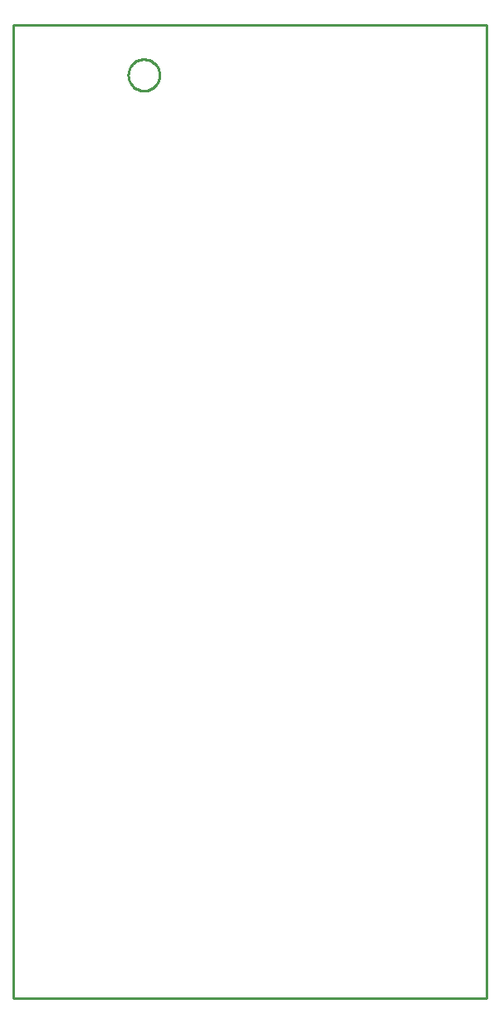
<source format=gko>
G04 EAGLE Gerber RS-274X export*
G75*
%MOMM*%
%FSLAX34Y34*%
%LPD*%
%INBoard Outline*%
%IPPOS*%
%AMOC8*
5,1,8,0,0,1.08239X$1,22.5*%
G01*
%ADD10C,0.000000*%
%ADD11C,0.254000*%


D10*
X0Y0D02*
X482600Y0D01*
X482600Y990600D01*
X0Y990600D01*
X0Y0D01*
X117348Y939800D02*
X117353Y940193D01*
X117367Y940585D01*
X117391Y940977D01*
X117425Y941368D01*
X117468Y941759D01*
X117521Y942148D01*
X117584Y942536D01*
X117655Y942922D01*
X117737Y943306D01*
X117828Y943688D01*
X117928Y944068D01*
X118037Y944445D01*
X118156Y944820D01*
X118283Y945191D01*
X118420Y945559D01*
X118566Y945924D01*
X118721Y946285D01*
X118884Y946642D01*
X119057Y946995D01*
X119237Y947343D01*
X119427Y947687D01*
X119625Y948027D01*
X119831Y948361D01*
X120045Y948690D01*
X120267Y949014D01*
X120497Y949332D01*
X120735Y949645D01*
X120980Y949952D01*
X121233Y950252D01*
X121493Y950546D01*
X121761Y950834D01*
X122035Y951115D01*
X122316Y951389D01*
X122604Y951657D01*
X122898Y951917D01*
X123198Y952170D01*
X123505Y952415D01*
X123818Y952653D01*
X124136Y952883D01*
X124460Y953105D01*
X124789Y953319D01*
X125123Y953525D01*
X125463Y953723D01*
X125807Y953913D01*
X126155Y954093D01*
X126508Y954266D01*
X126865Y954429D01*
X127226Y954584D01*
X127591Y954730D01*
X127959Y954867D01*
X128330Y954994D01*
X128705Y955113D01*
X129082Y955222D01*
X129462Y955322D01*
X129844Y955413D01*
X130228Y955495D01*
X130614Y955566D01*
X131002Y955629D01*
X131391Y955682D01*
X131782Y955725D01*
X132173Y955759D01*
X132565Y955783D01*
X132957Y955797D01*
X133350Y955802D01*
X133743Y955797D01*
X134135Y955783D01*
X134527Y955759D01*
X134918Y955725D01*
X135309Y955682D01*
X135698Y955629D01*
X136086Y955566D01*
X136472Y955495D01*
X136856Y955413D01*
X137238Y955322D01*
X137618Y955222D01*
X137995Y955113D01*
X138370Y954994D01*
X138741Y954867D01*
X139109Y954730D01*
X139474Y954584D01*
X139835Y954429D01*
X140192Y954266D01*
X140545Y954093D01*
X140893Y953913D01*
X141237Y953723D01*
X141577Y953525D01*
X141911Y953319D01*
X142240Y953105D01*
X142564Y952883D01*
X142882Y952653D01*
X143195Y952415D01*
X143502Y952170D01*
X143802Y951917D01*
X144096Y951657D01*
X144384Y951389D01*
X144665Y951115D01*
X144939Y950834D01*
X145207Y950546D01*
X145467Y950252D01*
X145720Y949952D01*
X145965Y949645D01*
X146203Y949332D01*
X146433Y949014D01*
X146655Y948690D01*
X146869Y948361D01*
X147075Y948027D01*
X147273Y947687D01*
X147463Y947343D01*
X147643Y946995D01*
X147816Y946642D01*
X147979Y946285D01*
X148134Y945924D01*
X148280Y945559D01*
X148417Y945191D01*
X148544Y944820D01*
X148663Y944445D01*
X148772Y944068D01*
X148872Y943688D01*
X148963Y943306D01*
X149045Y942922D01*
X149116Y942536D01*
X149179Y942148D01*
X149232Y941759D01*
X149275Y941368D01*
X149309Y940977D01*
X149333Y940585D01*
X149347Y940193D01*
X149352Y939800D01*
X149347Y939407D01*
X149333Y939015D01*
X149309Y938623D01*
X149275Y938232D01*
X149232Y937841D01*
X149179Y937452D01*
X149116Y937064D01*
X149045Y936678D01*
X148963Y936294D01*
X148872Y935912D01*
X148772Y935532D01*
X148663Y935155D01*
X148544Y934780D01*
X148417Y934409D01*
X148280Y934041D01*
X148134Y933676D01*
X147979Y933315D01*
X147816Y932958D01*
X147643Y932605D01*
X147463Y932257D01*
X147273Y931913D01*
X147075Y931573D01*
X146869Y931239D01*
X146655Y930910D01*
X146433Y930586D01*
X146203Y930268D01*
X145965Y929955D01*
X145720Y929648D01*
X145467Y929348D01*
X145207Y929054D01*
X144939Y928766D01*
X144665Y928485D01*
X144384Y928211D01*
X144096Y927943D01*
X143802Y927683D01*
X143502Y927430D01*
X143195Y927185D01*
X142882Y926947D01*
X142564Y926717D01*
X142240Y926495D01*
X141911Y926281D01*
X141577Y926075D01*
X141237Y925877D01*
X140893Y925687D01*
X140545Y925507D01*
X140192Y925334D01*
X139835Y925171D01*
X139474Y925016D01*
X139109Y924870D01*
X138741Y924733D01*
X138370Y924606D01*
X137995Y924487D01*
X137618Y924378D01*
X137238Y924278D01*
X136856Y924187D01*
X136472Y924105D01*
X136086Y924034D01*
X135698Y923971D01*
X135309Y923918D01*
X134918Y923875D01*
X134527Y923841D01*
X134135Y923817D01*
X133743Y923803D01*
X133350Y923798D01*
X132957Y923803D01*
X132565Y923817D01*
X132173Y923841D01*
X131782Y923875D01*
X131391Y923918D01*
X131002Y923971D01*
X130614Y924034D01*
X130228Y924105D01*
X129844Y924187D01*
X129462Y924278D01*
X129082Y924378D01*
X128705Y924487D01*
X128330Y924606D01*
X127959Y924733D01*
X127591Y924870D01*
X127226Y925016D01*
X126865Y925171D01*
X126508Y925334D01*
X126155Y925507D01*
X125807Y925687D01*
X125463Y925877D01*
X125123Y926075D01*
X124789Y926281D01*
X124460Y926495D01*
X124136Y926717D01*
X123818Y926947D01*
X123505Y927185D01*
X123198Y927430D01*
X122898Y927683D01*
X122604Y927943D01*
X122316Y928211D01*
X122035Y928485D01*
X121761Y928766D01*
X121493Y929054D01*
X121233Y929348D01*
X120980Y929648D01*
X120735Y929955D01*
X120497Y930268D01*
X120267Y930586D01*
X120045Y930910D01*
X119831Y931239D01*
X119625Y931573D01*
X119427Y931913D01*
X119237Y932257D01*
X119057Y932605D01*
X118884Y932958D01*
X118721Y933315D01*
X118566Y933676D01*
X118420Y934041D01*
X118283Y934409D01*
X118156Y934780D01*
X118037Y935155D01*
X117928Y935532D01*
X117828Y935912D01*
X117737Y936294D01*
X117655Y936678D01*
X117584Y937064D01*
X117521Y937452D01*
X117468Y937841D01*
X117425Y938232D01*
X117391Y938623D01*
X117367Y939015D01*
X117353Y939407D01*
X117348Y939800D01*
D11*
X0Y0D02*
X482600Y0D01*
X482600Y990600D01*
X0Y990600D01*
X0Y0D01*
X149352Y939276D02*
X149283Y938231D01*
X149147Y937192D01*
X148942Y936164D01*
X148671Y935152D01*
X148334Y934160D01*
X147933Y933192D01*
X147470Y932253D01*
X146946Y931345D01*
X146364Y930474D01*
X145726Y929643D01*
X145036Y928855D01*
X144295Y928114D01*
X143507Y927424D01*
X142676Y926786D01*
X141805Y926204D01*
X140897Y925680D01*
X139958Y925217D01*
X138990Y924816D01*
X137998Y924479D01*
X136986Y924208D01*
X135958Y924003D01*
X134919Y923867D01*
X133874Y923798D01*
X132826Y923798D01*
X131781Y923867D01*
X130742Y924003D01*
X129714Y924208D01*
X128702Y924479D01*
X127710Y924816D01*
X126742Y925217D01*
X125803Y925680D01*
X124895Y926204D01*
X124024Y926786D01*
X123193Y927424D01*
X122405Y928114D01*
X121664Y928855D01*
X120974Y929643D01*
X120336Y930474D01*
X119754Y931345D01*
X119230Y932253D01*
X118767Y933192D01*
X118366Y934160D01*
X118029Y935152D01*
X117758Y936164D01*
X117553Y937192D01*
X117417Y938231D01*
X117348Y939276D01*
X117348Y940324D01*
X117417Y941369D01*
X117553Y942408D01*
X117758Y943436D01*
X118029Y944448D01*
X118366Y945440D01*
X118767Y946408D01*
X119230Y947347D01*
X119754Y948255D01*
X120336Y949126D01*
X120974Y949957D01*
X121664Y950745D01*
X122405Y951486D01*
X123193Y952176D01*
X124024Y952814D01*
X124895Y953396D01*
X125803Y953920D01*
X126742Y954383D01*
X127710Y954784D01*
X128702Y955121D01*
X129714Y955392D01*
X130742Y955597D01*
X131781Y955733D01*
X132826Y955802D01*
X133874Y955802D01*
X134919Y955733D01*
X135958Y955597D01*
X136986Y955392D01*
X137998Y955121D01*
X138990Y954784D01*
X139958Y954383D01*
X140897Y953920D01*
X141805Y953396D01*
X142676Y952814D01*
X143507Y952176D01*
X144295Y951486D01*
X145036Y950745D01*
X145726Y949957D01*
X146364Y949126D01*
X146946Y948255D01*
X147470Y947347D01*
X147933Y946408D01*
X148334Y945440D01*
X148671Y944448D01*
X148942Y943436D01*
X149147Y942408D01*
X149283Y941369D01*
X149352Y940324D01*
X149352Y939276D01*
M02*

</source>
